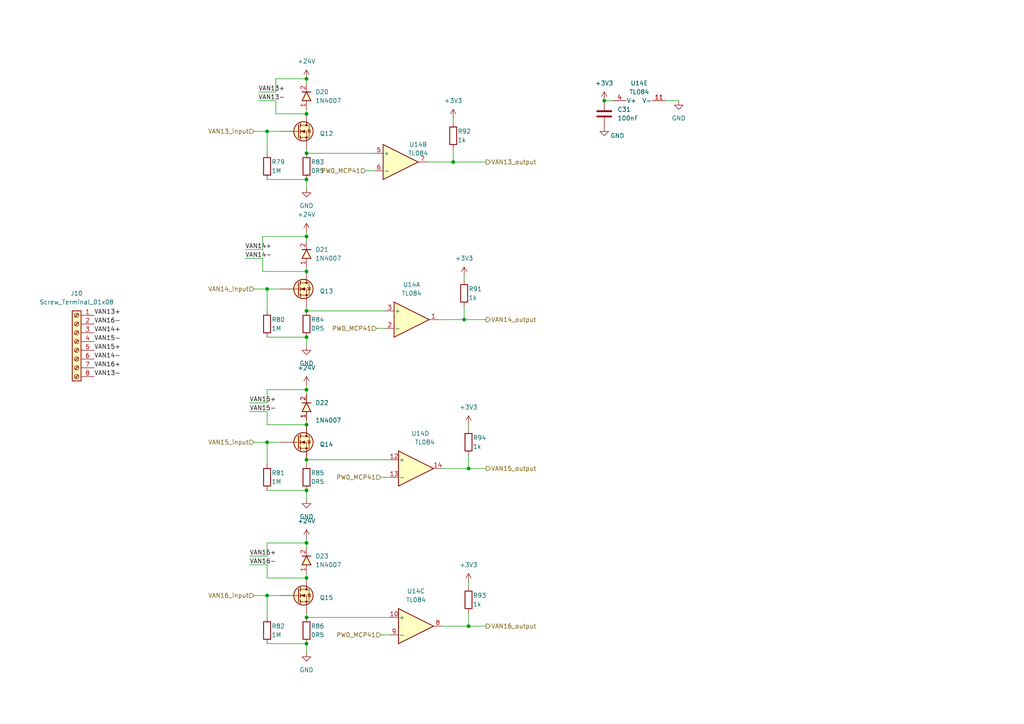
<source format=kicad_sch>
(kicad_sch (version 20231120) (generator "eeschema") (generator_version "8.0")
  (paper "A4")
  (lib_symbols
    (symbol "Amplifier_Operational:TL084" (pin_names (offset 0.127))
      (property "Reference" "U" (at 0 5.08 0))
      (property "Value" "TL084" (at 0 -5.08 0))
      (symbol "TL084_1_1"
        (polyline (pts (xy -5.08 5.08) (xy 5.08 0) (xy -5.08 -5.08) (xy -5.08 5.08)) (stroke (width 0.254)) (fill (type background)))
        (pin output line (at 7.62 0 180) (length 2.54) (name "~") (number "1"))
        (pin input line (at -7.62 -2.54 0) (length 2.54) (name "-") (number "2"))
        (pin input line (at -7.62 2.54 0) (length 2.54) (name "+") (number "3"))
      )
      (symbol "TL084_2_1"
        (polyline (pts (xy -5.08 5.08) (xy 5.08 0) (xy -5.08 -5.08) (xy -5.08 5.08)) (stroke (width 0.254)) (fill (type background)))
        (pin input line (at -7.62 2.54 0) (length 2.54) (name "+") (number "5"))
        (pin input line (at -7.62 -2.54 0) (length 2.54) (name "-") (number "6"))
        (pin output line (at 7.62 0 180) (length 2.54) (name "~") (number "7"))
      )
      (symbol "TL084_3_1"
        (polyline (pts (xy -5.08 5.08) (xy 5.08 0) (xy -5.08 -5.08) (xy -5.08 5.08)) (stroke (width 0.254)) (fill (type background)))
        (pin input line (at -7.62 2.54 0) (length 2.54) (name "+") (number "10"))
        (pin output line (at 7.62 0 180) (length 2.54) (name "~") (number "8"))
        (pin input line (at -7.62 -2.54 0) (length 2.54) (name "-") (number "9"))
      )
      (symbol "TL084_4_1"
        (polyline (pts (xy -5.08 5.08) (xy 5.08 0) (xy -5.08 -5.08) (xy -5.08 5.08)) (stroke (width 0.254)) (fill (type background)))
        (pin input line (at -7.62 2.54 0) (length 2.54) (name "+") (number "12"))
        (pin input line (at -7.62 -2.54 0) (length 2.54) (name "-") (number "13"))
        (pin output line (at 7.62 0 180) (length 2.54) (name "~") (number "14"))
      )
      (symbol "TL084_5_1"
        (pin power_in line (at -2.54 -7.62 90) (length 3.81) (name "V-") (number "11"))
        (pin power_in line (at -2.54 7.62 270) (length 3.81) (name "V+") (number "4"))
      )
    )
    (symbol "Connector:Screw_Terminal_01x08" (pin_names (offset 1.016) hide)
      (property "Reference" "J" (at 0 10.16 0))
      (property "Value" "Screw_Terminal_01x08" (at 0 -12.7 0))
      (symbol "Screw_Terminal_01x08_1_1"
        (rectangle (start -1.27 8.89) (end 1.27 -11.43) (stroke (width 0.254)) (fill (type background)))
        (circle (center 0 -10.16) (radius 0.635) (stroke (width 0.1524)))
        (circle (center 0 -7.62) (radius 0.635) (stroke (width 0.1524)))
        (circle (center 0 -5.08) (radius 0.635) (stroke (width 0.1524)))
        (circle (center 0 -2.54) (radius 0.635) (stroke (width 0.1524)))
        (polyline (pts (xy -0.5334 -9.8298) (xy 0.3302 -10.668)) (stroke (width 0.1524)))
        (polyline (pts (xy -0.5334 -7.2898) (xy 0.3302 -8.128)) (stroke (width 0.1524)))
        (polyline (pts (xy -0.5334 -4.7498) (xy 0.3302 -5.588)) (stroke (width 0.1524)))
        (polyline (pts (xy -0.5334 -2.2098) (xy 0.3302 -3.048)) (stroke (width 0.1524)))
        (polyline (pts (xy -0.5334 0.3302) (xy 0.3302 -0.508)) (stroke (width 0.1524)))
        (polyline (pts (xy -0.5334 2.8702) (xy 0.3302 2.032)) (stroke (width 0.1524)))
        (polyline (pts (xy -0.5334 5.4102) (xy 0.3302 4.572)) (stroke (width 0.1524)))
        (polyline (pts (xy -0.5334 7.9502) (xy 0.3302 7.112)) (stroke (width 0.1524)))
        (polyline (pts (xy -0.3556 -9.652) (xy 0.508 -10.4902)) (stroke (width 0.1524)))
        (polyline (pts (xy -0.3556 -7.112) (xy 0.508 -7.9502)) (stroke (width 0.1524)))
        (polyline (pts (xy -0.3556 -4.572) (xy 0.508 -5.4102)) (stroke (width 0.1524)))
        (polyline (pts (xy -0.3556 -2.032) (xy 0.508 -2.8702)) (stroke (width 0.1524)))
        (polyline (pts (xy -0.3556 0.508) (xy 0.508 -0.3302)) (stroke (width 0.1524)))
        (polyline (pts (xy -0.3556 3.048) (xy 0.508 2.2098)) (stroke (width 0.1524)))
        (polyline (pts (xy -0.3556 5.588) (xy 0.508 4.7498)) (stroke (width 0.1524)))
        (polyline (pts (xy -0.3556 8.128) (xy 0.508 7.2898)) (stroke (width 0.1524)))
        (circle (center 0 0) (radius 0.635) (stroke (width 0.1524)))
        (circle (center 0 2.54) (radius 0.635) (stroke (width 0.1524)))
        (circle (center 0 5.08) (radius 0.635) (stroke (width 0.1524)))
        (circle (center 0 7.62) (radius 0.635) (stroke (width 0.1524)))
        (pin passive line (at -5.08 7.62 0) (length 3.81) (name "Pin_1") (number "1"))
        (pin passive line (at -5.08 5.08 0) (length 3.81) (name "Pin_2") (number "2"))
        (pin passive line (at -5.08 2.54 0) (length 3.81) (name "Pin_3") (number "3"))
        (pin passive line (at -5.08 0 0) (length 3.81) (name "Pin_4") (number "4"))
        (pin passive line (at -5.08 -2.54 0) (length 3.81) (name "Pin_5") (number "5"))
        (pin passive line (at -5.08 -5.08 0) (length 3.81) (name "Pin_6") (number "6"))
        (pin passive line (at -5.08 -7.62 0) (length 3.81) (name "Pin_7") (number "7"))
        (pin passive line (at -5.08 -10.16 0) (length 3.81) (name "Pin_8") (number "8"))
      )
    )
    (symbol "Device:C" (pin_numbers hide) (pin_names (offset 0.254))
      (property "Reference" "C" (at 0.635 2.54 0))
      (property "Value" "C" (at 0.635 -2.54 0))
      (symbol "C_0_1"
        (polyline (pts (xy -2.032 -0.762) (xy 2.032 -0.762)) (stroke (width 0.508)))
        (polyline (pts (xy -2.032 0.762) (xy 2.032 0.762)) (stroke (width 0.508)))
      )
      (symbol "C_1_1"
        (pin passive line (at 0 3.81 270) (length 2.794) (name "~") (number "1"))
        (pin passive line (at 0 -3.81 90) (length 2.794) (name "~") (number "2"))
      )
    )
    (symbol "Device:R" (pin_numbers hide) (pin_names (offset 0))
      (property "Reference" "R" (at 2.032 0 90))
      (property "Value" "R" (at 0 0 90))
      (symbol "R_0_1"
        (rectangle (start -1.016 -2.54) (end 1.016 2.54) (stroke (width 0.254)))
      )
      (symbol "R_1_1"
        (pin passive line (at 0 3.81 270) (length 1.27) (name "~") (number "1"))
        (pin passive line (at 0 -3.81 90) (length 1.27) (name "~") (number "2"))
      )
    )
    (symbol "IVS_SYMBOLS:N_Mosfet" (pin_numbers hide) (pin_names hide)
      (property "Reference" "Q" (at 2.794 1.2192 0))
      (symbol "N_Mosfet_0_1"
        (circle (center -0.889 0) (radius 2.794) (stroke (width 0.254)) (fill (type background)))
        (circle (center 0 -1.778) (radius 0.254) (fill (type outline)))
        (polyline (pts (xy -2.286 0) (xy -5.08 0)))
        (polyline (pts (xy -2.286 1.905) (xy -2.286 -1.905)) (stroke (width 0.254)))
        (polyline (pts (xy -1.778 -1.27) (xy -1.778 -2.286)) (stroke (width 0.254)))
        (polyline (pts (xy -1.778 0.508) (xy -1.778 -0.508)) (stroke (width 0.254)))
        (polyline (pts (xy -1.778 2.286) (xy -1.778 1.27)) (stroke (width 0.254)))
        (polyline (pts (xy 0 2.54) (xy 0 1.778)))
        (polyline (pts (xy 0 -2.54) (xy 0 0) (xy -1.778 0)))
        (polyline (pts (xy -1.778 -1.778) (xy 0.762 -1.778) (xy 0.762 1.778) (xy -1.778 1.778)))
        (polyline (pts (xy -1.524 0) (xy -0.508 0.381) (xy -0.508 -0.381) (xy -1.524 0)) (fill (type outline)))
        (polyline (pts (xy 0.254 0.508) (xy 0.381 0.381) (xy 1.143 0.381) (xy 1.27 0.254)))
        (polyline (pts (xy 0.762 0.381) (xy 0.381 -0.254) (xy 1.143 -0.254) (xy 0.762 0.381)))
        (circle (center 0 1.778) (radius 0.254) (fill (type outline)))
      )
      (symbol "N_Mosfet_1_1"
        (pin input line (at -7.62 0 0) (length 2.54) (name "G") (number "1"))
        (pin passive line (at 0 -5.08 90) (length 2.54) (name "S") (number "2"))
        (pin passive line (at 0 5.08 270) (length 2.54) (name "D") (number "3"))
      )
    )
    (symbol "IVS_SYMBOL_DIR:D_Diode"
      (property "Reference" "D" (at 0 2.54 0))
      (property "Value" "D_Diode" (at 0 -2.54 0))
      (symbol "D_Diode_0_1"
        (polyline (pts (xy 0 1.27) (xy 0 -1.27)) (stroke (width 0.254)))
        (polyline (pts (xy 2.54 1.27) (xy 2.54 -1.27) (xy 0 0) (xy 2.54 1.27)) (stroke (width 0.254)) (fill (type background)))
      )
      (symbol "D_Diode_1_1"
        (pin passive line (at 5.08 0 180) (length 2.54) (name "") (number "1"))
        (pin passive line (at -2.54 0 0) (length 2.54) (name "") (number "2"))
      )
    )
    (symbol "power:+24V" (power) (pin_names (offset 0))
      (property "Value" "+24V" (at 0 3.556 0))
      (symbol "+24V_0_1"
        (polyline (pts (xy -0.762 1.27) (xy 0 2.54)))
        (polyline (pts (xy 0 0) (xy 0 2.54)))
        (polyline (pts (xy 0 2.54) (xy 0.762 1.27)))
      )
      (symbol "+24V_1_1"
        (pin power_in line (at 0 0 90) (length 0) hide (name "+24V") (number "1"))
      )
    )
    (symbol "power:+3V3" (power) (pin_names (offset 0))
      (property "Value" "+3V3" (at 0 3.556 0))
      (symbol "+3V3_0_1"
        (polyline (pts (xy -0.762 1.27) (xy 0 2.54)))
        (polyline (pts (xy 0 0) (xy 0 2.54)))
        (polyline (pts (xy 0 2.54) (xy 0.762 1.27)))
      )
      (symbol "+3V3_1_1"
        (pin power_in line (at 0 0 90) (length 0) hide (name "+3V3") (number "1"))
      )
    )
    (symbol "power:GND" (power) (pin_names (offset 0))
      (property "Value" "GND" (at 0 -3.81 0))
      (symbol "GND_0_1"
        (polyline (pts (xy 0 0) (xy 0 -1.27) (xy 1.27 -1.27) (xy 0 -2.54) (xy -1.27 -1.27) (xy 0 -1.27)))
      )
      (symbol "GND_1_1"
        (pin power_in line (at 0 0 270) (length 0) hide (name "GND") (number "1"))
      )
    )
  )
  (junction (at 88.9 113.03))
  (junction (at 88.9 33.02))
  (junction (at 88.9 97.79))
  (junction (at 88.9 179.07))
  (junction (at 88.9 44.45))
  (junction (at 88.9 186.69))
  (junction (at 88.9 133.35))
  (junction (at 88.9 78.74))
  (junction (at 88.9 123.19))
  (junction (at 175.26 29.21))
  (junction (at 77.47 83.82))
  (junction (at 88.9 167.64))
  (junction (at 135.89 181.61))
  (junction (at 88.9 22.86))
  (junction (at 88.9 90.17))
  (junction (at 88.9 68.58))
  (junction (at 88.9 142.24))
  (junction (at 88.9 52.07))
  (junction (at 77.47 172.72))
  (junction (at 134.62 92.71))
  (junction (at 88.9 157.48))
  (junction (at 131.445 46.99))
  (junction (at 135.89 135.89))
  (junction (at 77.47 38.1))
  (junction (at 77.47 128.27))
  (wire (pts (xy 88.9 88.9) (xy 88.9 90.17)))
  (wire (pts (xy 88.9 186.69) (xy 88.9 189.23)))
  (wire (pts (xy 77.47 52.07) (xy 88.9 52.07)))
  (wire (pts (xy 72.39 161.29) (xy 77.47 161.29)))
  (wire (pts (xy 88.9 113.03) (xy 88.9 114.3)))
  (wire (pts (xy 134.62 88.9) (xy 134.62 92.71)))
  (wire (pts (xy 73.66 38.1) (xy 77.47 38.1)))
  (wire (pts (xy 74.93 29.21) (xy 80.01 29.21)))
  (wire (pts (xy 127 92.71) (xy 134.62 92.71)))
  (wire (pts (xy 135.89 124.46) (xy 135.89 123.19)))
  (wire (pts (xy 88.9 22.86) (xy 88.9 24.13)))
  (wire (pts (xy 72.39 163.83) (xy 77.47 163.83)))
  (wire (pts (xy 77.47 83.82) (xy 81.28 83.82)))
  (wire (pts (xy 88.9 111.76) (xy 88.9 113.03)))
  (wire (pts (xy 77.47 128.27) (xy 81.28 128.27)))
  (wire (pts (xy 77.47 116.84) (xy 77.47 113.03)))
  (wire (pts (xy 134.62 92.71) (xy 140.97 92.71)))
  (wire (pts (xy 108.585 44.45) (xy 88.9 44.45)))
  (wire (pts (xy 135.89 181.61) (xy 140.97 181.61)))
  (wire (pts (xy 73.66 83.82) (xy 77.47 83.82)))
  (wire (pts (xy 88.9 43.18) (xy 88.9 44.45)))
  (wire (pts (xy 196.85 29.21) (xy 193.04 29.21)))
  (wire (pts (xy 77.47 97.79) (xy 88.9 97.79)))
  (wire (pts (xy 88.9 121.92) (xy 88.9 123.19)))
  (wire (pts (xy 77.47 161.29) (xy 77.47 157.48)))
  (wire (pts (xy 76.2 72.39) (xy 76.2 68.58)))
  (wire (pts (xy 88.9 133.35) (xy 88.9 134.62)))
  (wire (pts (xy 77.47 44.45) (xy 77.47 38.1)))
  (wire (pts (xy 77.47 38.1) (xy 81.28 38.1)))
  (wire (pts (xy 71.12 72.39) (xy 76.2 72.39)))
  (wire (pts (xy 88.9 52.07) (xy 88.9 54.61)))
  (wire (pts (xy 88.9 166.37) (xy 88.9 167.64)))
  (wire (pts (xy 77.47 186.69) (xy 88.9 186.69)))
  (wire (pts (xy 88.9 77.47) (xy 88.9 78.74)))
  (wire (pts (xy 134.62 81.28) (xy 134.62 80.01)))
  (wire (pts (xy 88.9 31.75) (xy 88.9 33.02)))
  (wire (pts (xy 80.01 22.86) (xy 88.9 22.86)))
  (wire (pts (xy 80.01 26.67) (xy 80.01 22.86)))
  (wire (pts (xy 88.9 157.48) (xy 88.9 158.75)))
  (wire (pts (xy 76.2 68.58) (xy 88.9 68.58)))
  (wire (pts (xy 76.2 78.74) (xy 88.9 78.74)))
  (wire (pts (xy 77.47 119.38) (xy 77.47 123.19)))
  (wire (pts (xy 80.01 29.21) (xy 80.01 33.02)))
  (wire (pts (xy 77.47 113.03) (xy 88.9 113.03)))
  (wire (pts (xy 113.03 179.07) (xy 88.9 179.07)))
  (wire (pts (xy 73.66 172.72) (xy 77.47 172.72)))
  (wire (pts (xy 106.045 49.53) (xy 108.585 49.53)))
  (wire (pts (xy 77.47 123.19) (xy 88.9 123.19)))
  (wire (pts (xy 110.49 138.43) (xy 113.03 138.43)))
  (wire (pts (xy 74.93 26.67) (xy 80.01 26.67)))
  (wire (pts (xy 109.22 95.25) (xy 111.76 95.25)))
  (wire (pts (xy 88.9 97.79) (xy 88.9 100.33)))
  (wire (pts (xy 77.47 134.62) (xy 77.47 128.27)))
  (wire (pts (xy 123.825 46.99) (xy 131.445 46.99)))
  (wire (pts (xy 72.39 116.84) (xy 77.47 116.84)))
  (wire (pts (xy 76.2 74.93) (xy 76.2 78.74)))
  (wire (pts (xy 131.445 35.56) (xy 131.445 34.29)))
  (wire (pts (xy 80.01 33.02) (xy 88.9 33.02)))
  (wire (pts (xy 77.47 163.83) (xy 77.47 167.64)))
  (wire (pts (xy 110.49 184.15) (xy 113.03 184.15)))
  (wire (pts (xy 88.9 90.17) (xy 111.76 90.17)))
  (wire (pts (xy 128.27 135.89) (xy 135.89 135.89)))
  (wire (pts (xy 88.9 133.35) (xy 113.03 133.35)))
  (wire (pts (xy 131.445 43.18) (xy 131.445 46.99)))
  (wire (pts (xy 135.89 170.18) (xy 135.89 168.91)))
  (wire (pts (xy 128.27 181.61) (xy 135.89 181.61)))
  (wire (pts (xy 88.9 156.21) (xy 88.9 157.48)))
  (wire (pts (xy 135.89 132.08) (xy 135.89 135.89)))
  (wire (pts (xy 77.47 90.17) (xy 77.47 83.82)))
  (wire (pts (xy 88.9 68.58) (xy 88.9 69.85)))
  (wire (pts (xy 77.47 179.07) (xy 77.47 172.72)))
  (wire (pts (xy 72.39 119.38) (xy 77.47 119.38)))
  (wire (pts (xy 73.66 128.27) (xy 77.47 128.27)))
  (wire (pts (xy 77.47 157.48) (xy 88.9 157.48)))
  (wire (pts (xy 88.9 142.24) (xy 88.9 144.78)))
  (wire (pts (xy 77.47 172.72) (xy 81.28 172.72)))
  (wire (pts (xy 77.47 167.64) (xy 88.9 167.64)))
  (wire (pts (xy 131.445 46.99) (xy 140.97 46.99)))
  (wire (pts (xy 88.9 179.07) (xy 88.9 177.8)))
  (wire (pts (xy 88.9 67.31) (xy 88.9 68.58)))
  (wire (pts (xy 175.26 29.21) (xy 177.8 29.21)))
  (wire (pts (xy 77.47 142.24) (xy 88.9 142.24)))
  (wire (pts (xy 135.89 135.89) (xy 140.97 135.89)))
  (wire (pts (xy 135.89 177.8) (xy 135.89 181.61)))
  (wire (pts (xy 71.12 74.93) (xy 76.2 74.93)))
  (label "VAN16-" (at 27.305 93.98 0))
  (label "VAN16-" (at 72.39 163.83 0))
  (label "VAN14+" (at 71.12 72.39 0))
  (label "VAN14+" (at 27.305 96.52 0))
  (label "VAN14-" (at 71.12 74.93 0))
  (label "VAN13+" (at 74.93 26.67 0))
  (label "VAN13-" (at 27.305 109.22 0))
  (label "VAN15-" (at 27.305 99.06 0))
  (label "VAN15+" (at 72.39 116.84 0))
  (label "VAN13+" (at 27.305 91.44 0))
  (label "VAN16+" (at 27.305 106.68 0))
  (label "VAN13-" (at 74.93 29.21 0))
  (label "VAN14-" (at 27.305 104.14 0))
  (label "VAN15-" (at 72.39 119.38 0))
  (label "VAN15+" (at 27.305 101.6 0))
  (label "VAN16+" (at 72.39 161.29 0))
  (hierarchical_label "PW0_MCP41" (shape input) (at 106.045 49.53 180))
  (hierarchical_label "VAN14_output" (shape output) (at 140.97 92.71 0))
  (hierarchical_label "VAN13_output" (shape output) (at 140.97 46.99 0))
  (hierarchical_label "VAN15_input" (shape input) (at 73.66 128.27 180))
  (hierarchical_label "VAN15_output" (shape output) (at 140.97 135.89 0))
  (hierarchical_label "VAN16_output" (shape output) (at 140.97 181.61 0))
  (hierarchical_label "VAN16_input" (shape input) (at 73.66 172.72 180))
  (hierarchical_label "VAN13_input" (shape input) (at 73.66 38.1 180))
  (hierarchical_label "VAN14_input" (shape input) (at 73.66 83.82 180))
  (hierarchical_label "PW0_MCP41" (shape input) (at 110.49 184.15 180))
  (hierarchical_label "PW0_MCP41" (shape input) (at 109.22 95.25 180))
  (hierarchical_label "PW0_MCP41" (shape input) (at 110.49 138.43 180))
  (symbol (lib_id "Device:R") (at 77.47 93.98 0) (unit 1)
    (property "Reference" "R80" (at 78.74 92.71 0) (effects (justify left)))
    (property "Value" "1M" (at 78.74 95.25 0) (effects (justify left)))
    (property "Footprint" "IVS_FOOTPRINTS:R0603" (effects (hide yes)))
  )
  (symbol (lib_id "power:GND") (at 88.9 100.33 0) (unit 1)
    (property "Reference" "#PWR0133" (effects (hide yes)))
    (property "Value" "GND" (at 88.9 105.41 0))
  )
  (symbol (lib_id "power:+3V3") (at 135.89 168.91 0) (unit 1)
    (property "Reference" "#PWR0147" (effects (hide yes)))
    (property "Value" "+3V3" (at 135.89 163.83 0))
  )
  (symbol (lib_id "Device:R") (at 135.89 173.99 0) (unit 1)
    (property "Reference" "R93" (at 137.16 172.72 0) (effects (justify left)))
    (property "Value" "1k" (at 137.16 175.26 0) (effects (justify left)))
    (property "Footprint" "IVS_FOOTPRINTS:R0603" (effects (hide yes)))
  )
  (symbol (lib_id "power:GND") (at 196.85 29.21 0) (unit 1)
    (property "Reference" "#PWR0144" (effects (hide yes)))
    (property "Value" "GND" (at 196.85 34.29 0))
  )
  (symbol (lib_id "Device:R") (at 131.445 39.37 0) (unit 1)
    (property "Reference" "R92" (at 132.715 38.1 0) (effects (justify left)))
    (property "Value" "1k" (at 132.715 40.64 0) (effects (justify left)))
    (property "Footprint" "IVS_FOOTPRINTS:R0603" (effects (hide yes)))
  )
  (symbol (lib_id "IVS_SYMBOL_DIR:D_Diode") (at 88.9 161.29 270) (unit 1)
    (property "Reference" "D23" (at 91.44 161.2899 90) (effects (justify left)))
    (property "Value" "1N4007" (at 91.44 163.8299 90) (effects (justify left)))
    (property "Footprint" "IVS_FOOTPRINTS:D_SOD323" (effects (hide yes)))
  )
  (symbol (lib_id "Device:C") (at 175.26 33.02 0) (unit 1)
    (property "Reference" "C31" (at 179.07 31.7499 0) (effects (justify left)))
    (property "Value" "100nF" (at 179.07 34.2899 0) (effects (justify left)))
    (property "Footprint" "IVS_FOOTPRINTS:C0603" (effects (hide yes)))
  )
  (symbol (lib_id "IVS_SYMBOL_DIR:D_Diode") (at 88.9 116.84 270) (unit 1)
    (property "Reference" "D22" (at 91.44 116.8399 90) (effects (justify left)))
    (property "Value" "1N4007" (at 91.44 121.9199 90) (effects (justify left)))
    (property "Footprint" "IVS_FOOTPRINTS:D_SOD323" (effects (hide yes)))
  )
  (symbol (lib_id "power:+3V3") (at 131.445 34.29 0) (unit 1)
    (property "Reference" "#PWR0146" (effects (hide yes)))
    (property "Value" "+3V3" (at 131.445 29.21 0))
  )
  (symbol (lib_id "IVS_SYMBOLS:N_Mosfet") (at 88.9 83.82 0) (unit 1)
    (property "Reference" "Q13" (at 92.71 84.455 0) (effects (justify left)))
    (property "Value" "N_Mosfet" (effects (hide yes)))
    (property "Footprint" "IVS_FOOTPRINTS:SOT23-3" (effects (hide yes)))
    (property "Datasheet" "https://www.onsemi.com/pub/Collateral/BSS138-D.PDF" (effects (hide yes)))
  )
  (symbol (lib_id "Device:R") (at 134.62 85.09 0) (unit 1)
    (property "Reference" "R91" (at 135.89 83.82 0) (effects (justify left)))
    (property "Value" "1k" (at 135.89 86.36 0) (effects (justify left)))
    (property "Footprint" "IVS_FOOTPRINTS:R0603" (effects (hide yes)))
  )
  (symbol (lib_id "IVS_SYMBOLS:N_Mosfet") (at 88.9 128.27 0) (unit 1)
    (property "Reference" "Q14" (at 92.71 128.905 0) (effects (justify left)))
    (property "Value" "N_Mosfet" (effects (hide yes)))
    (property "Footprint" "IVS_FOOTPRINTS:SOT23-3" (effects (hide yes)))
    (property "Datasheet" "https://www.onsemi.com/pub/Collateral/BSS138-D.PDF" (effects (hide yes)))
  )
  (symbol (lib_id "Amplifier_Operational:TL084") (at 185.42 26.67 90) (unit 5)
    (property "Reference" "U14" (at 185.42 24.13 90))
    (property "Value" "TL084" (at 185.42 26.67 90))
    (property "Footprint" "IVS_FOOTPRINTS:TSSOP14" (effects (hide yes)))
    (property "Datasheet" "http://www.ti.com/lit/ds/symlink/tl081.pdf" (effects (hide yes)))
  )
  (symbol (lib_id "Device:R") (at 88.9 138.43 0) (unit 1)
    (property "Reference" "R85" (at 90.17 137.16 0) (effects (justify left)))
    (property "Value" "0R5" (at 90.17 139.7 0) (effects (justify left)))
    (property "Footprint" "Resistor_SMD:R_0805_2012Metric" (effects (hide yes)))
  )
  (symbol (lib_id "power:GND") (at 88.9 144.78 0) (unit 1)
    (property "Reference" "#PWR0135" (effects (hide yes)))
    (property "Value" "GND" (at 88.9 149.86 0))
  )
  (symbol (lib_id "IVS_SYMBOLS:N_Mosfet") (at 88.9 38.1 0) (unit 1)
    (property "Reference" "Q12" (at 92.71 38.735 0) (effects (justify left)))
    (property "Value" "N_Mosfet" (effects (hide yes)))
    (property "Footprint" "IVS_FOOTPRINTS:SOT23-3" (effects (hide yes)))
    (property "Datasheet" "https://www.onsemi.com/pub/Collateral/BSS138-D.PDF" (effects (hide yes)))
  )
  (symbol (lib_id "IVS_SYMBOL_DIR:D_Diode") (at 88.9 72.39 270) (unit 1)
    (property "Reference" "D21" (at 91.44 72.3899 90) (effects (justify left)))
    (property "Value" "1N4007" (at 91.44 74.9299 90) (effects (justify left)))
    (property "Footprint" "IVS_FOOTPRINTS:D_SOD323" (effects (hide yes)))
  )
  (symbol (lib_id "Device:R") (at 88.9 48.26 0) (unit 1)
    (property "Reference" "R83" (at 90.17 46.99 0) (effects (justify left)))
    (property "Value" "0R5" (at 90.17 49.53 0) (effects (justify left)))
    (property "Footprint" "Resistor_SMD:R_0805_2012Metric" (effects (hide yes)))
  )
  (symbol (lib_id "Device:R") (at 88.9 93.98 0) (unit 1)
    (property "Reference" "R84" (at 90.17 92.71 0) (effects (justify left)))
    (property "Value" "0R5" (at 90.17 95.25 0) (effects (justify left)))
    (property "Footprint" "Resistor_SMD:R_0805_2012Metric" (effects (hide yes)))
  )
  (symbol (lib_id "power:GND") (at 175.26 36.83 0) (unit 1)
    (property "Reference" "#PWR0139" (effects (hide yes)))
    (property "Value" "GND" (at 179.07 39.37 0))
  )
  (symbol (lib_id "Device:R") (at 77.47 182.88 0) (unit 1)
    (property "Reference" "R82" (at 78.74 181.61 0) (effects (justify left)))
    (property "Value" "1M" (at 78.74 184.15 0) (effects (justify left)))
    (property "Footprint" "IVS_FOOTPRINTS:R0603" (effects (hide yes)))
  )
  (symbol (lib_id "Device:R") (at 77.47 138.43 0) (unit 1)
    (property "Reference" "R81" (at 78.74 137.16 0) (effects (justify left)))
    (property "Value" "1M" (at 78.74 139.7 0) (effects (justify left)))
    (property "Footprint" "IVS_FOOTPRINTS:R0603" (effects (hide yes)))
  )
  (symbol (lib_id "Amplifier_Operational:TL084") (at 116.205 46.99 0) (unit 2)
    (property "Reference" "U14" (at 121.285 41.91 0))
    (property "Value" "TL084" (at 121.285 44.45 0))
    (property "Footprint" "IVS_FOOTPRINTS:TSSOP14" (effects (hide yes)))
    (property "Datasheet" "http://www.ti.com/lit/ds/symlink/tl081.pdf" (effects (hide yes)))
  )
  (symbol (lib_id "power:+24V") (at 88.9 67.31 0) (unit 1)
    (property "Reference" "#PWR0132" (effects (hide yes)))
    (property "Value" "+24V" (at 88.9 62.23 0))
  )
  (symbol (lib_id "Connector:Screw_Terminal_01x08") (at 22.225 99.06 0) (mirror y) (unit 1)
    (property "Reference" "J10" (at 22.225 85.09 0))
    (property "Value" "Screw_Terminal_01x08" (at 22.225 87.63 0))
    (property "Footprint" "IVS_FOOTPRINTS:HT-3.96mm" (effects (hide yes)))
  )
  (symbol (lib_id "IVS_SYMBOL_DIR:D_Diode") (at 88.9 26.67 270) (unit 1)
    (property "Reference" "D20" (at 91.44 26.6699 90) (effects (justify left)))
    (property "Value" "1N4007" (at 91.44 29.2099 90) (effects (justify left)))
    (property "Footprint" "IVS_FOOTPRINTS:D_SOD323" (effects (hide yes)))
  )
  (symbol (lib_id "Device:R") (at 135.89 128.27 0) (unit 1)
    (property "Reference" "R94" (at 137.16 127 0) (effects (justify left)))
    (property "Value" "1k" (at 137.16 129.54 0) (effects (justify left)))
    (property "Footprint" "IVS_FOOTPRINTS:R0603" (effects (hide yes)))
  )
  (symbol (lib_id "power:+24V") (at 88.9 156.21 0) (unit 1)
    (property "Reference" "#PWR0136" (effects (hide yes)))
    (property "Value" "+24V" (at 88.9 151.13 0))
  )
  (symbol (lib_id "Device:R") (at 77.47 48.26 0) (unit 1)
    (property "Reference" "R79" (at 78.74 46.99 0) (effects (justify left)))
    (property "Value" "1M" (at 78.74 49.53 0) (effects (justify left)))
    (property "Footprint" "IVS_FOOTPRINTS:R0603" (effects (hide yes)))
  )
  (symbol (lib_id "Amplifier_Operational:TL084") (at 119.38 92.71 0) (unit 1)
    (property "Reference" "U14" (at 119.38 82.55 0))
    (property "Value" "TL084" (at 119.38 85.09 0))
    (property "Footprint" "IVS_FOOTPRINTS:TSSOP14" (effects (hide yes)))
    (property "Datasheet" "http://www.ti.com/lit/ds/symlink/tl081.pdf" (effects (hide yes)))
  )
  (symbol (lib_id "power:+3V3") (at 175.26 29.21 0) (unit 1)
    (property "Reference" "#PWR0138" (effects (hide yes)))
    (property "Value" "+3V3" (at 175.26 24.13 0))
  )
  (symbol (lib_id "power:+24V") (at 88.9 111.76 0) (unit 1)
    (property "Reference" "#PWR0134" (effects (hide yes)))
    (property "Value" "+24V" (at 88.9 106.68 0))
  )
  (symbol (lib_id "Device:R") (at 88.9 182.88 0) (unit 1)
    (property "Reference" "R86" (at 90.17 181.61 0) (effects (justify left)))
    (property "Value" "0R5" (at 90.17 184.15 0) (effects (justify left)))
    (property "Footprint" "Resistor_SMD:R_0805_2012Metric" (effects (hide yes)))
  )
  (symbol (lib_id "power:GND") (at 88.9 189.23 0) (unit 1)
    (property "Reference" "#PWR0137" (effects (hide yes)))
    (property "Value" "GND" (at 88.9 194.31 0))
  )
  (symbol (lib_id "Amplifier_Operational:TL084") (at 120.65 135.89 0) (unit 4)
    (property "Reference" "U14" (at 121.92 125.73 0))
    (property "Value" "TL084" (at 123.19 128.27 0))
    (property "Footprint" "IVS_FOOTPRINTS:TSSOP14" (effects (hide yes)))
    (property "Datasheet" "http://www.ti.com/lit/ds/symlink/tl081.pdf" (effects (hide yes)))
  )
  (symbol (lib_id "power:GND") (at 88.9 54.61 0) (unit 1)
    (property "Reference" "#PWR0131" (effects (hide yes)))
    (property "Value" "GND" (at 88.9 59.69 0))
  )
  (symbol (lib_id "power:+24V") (at 88.9 22.86 0) (unit 1)
    (property "Reference" "#PWR0130" (effects (hide yes)))
    (property "Value" "+24V" (at 88.9 17.78 0))
  )
  (symbol (lib_id "power:+3V3") (at 134.62 80.01 0) (unit 1)
    (property "Reference" "#PWR0145" (effects (hide yes)))
    (property "Value" "+3V3" (at 134.62 74.93 0))
  )
  (symbol (lib_id "power:+3V3") (at 135.89 123.19 0) (unit 1)
    (property "Reference" "#PWR0148" (effects (hide yes)))
    (property "Value" "+3V3" (at 135.89 118.11 0))
  )
  (symbol (lib_id "Amplifier_Operational:TL084") (at 120.65 181.61 0) (unit 3)
    (property "Reference" "U14" (at 120.65 171.45 0))
    (property "Value" "TL084" (at 120.65 173.99 0))
    (property "Footprint" "IVS_FOOTPRINTS:TSSOP14" (effects (hide yes)))
    (property "Datasheet" "http://www.ti.com/lit/ds/symlink/tl081.pdf" (effects (hide yes)))
  )
  (symbol (lib_id "IVS_SYMBOLS:N_Mosfet") (at 88.9 172.72 0) (unit 1)
    (property "Reference" "Q15" (at 92.71 173.355 0) (effects (justify left)))
    (property "Value" "N_Mosfet" (effects (hide yes)))
    (property "Footprint" "IVS_FOOTPRINTS:SOT23-3" (effects (hide yes)))
    (property "Datasheet" "https://www.onsemi.com/pub/Collateral/BSS138-D.PDF" (effects (hide yes)))
  )
)
</source>
